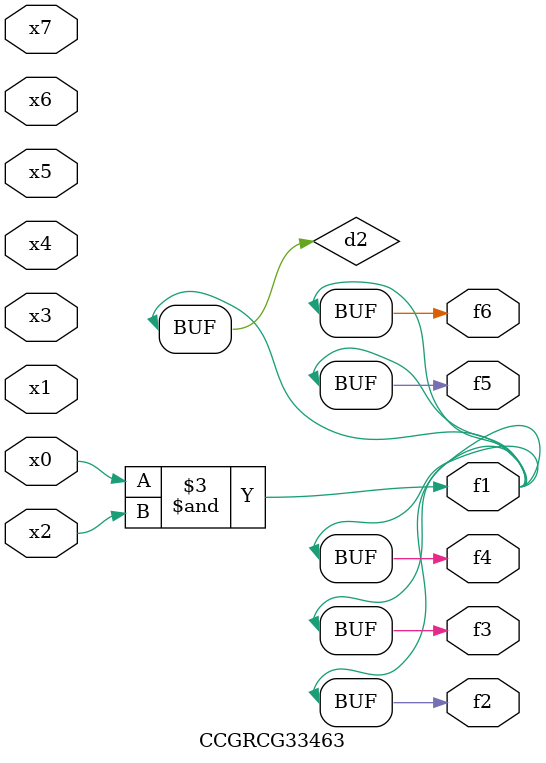
<source format=v>
module CCGRCG33463(
	input x0, x1, x2, x3, x4, x5, x6, x7,
	output f1, f2, f3, f4, f5, f6
);

	wire d1, d2;

	nor (d1, x3, x6);
	and (d2, x0, x2);
	assign f1 = d2;
	assign f2 = d2;
	assign f3 = d2;
	assign f4 = d2;
	assign f5 = d2;
	assign f6 = d2;
endmodule

</source>
